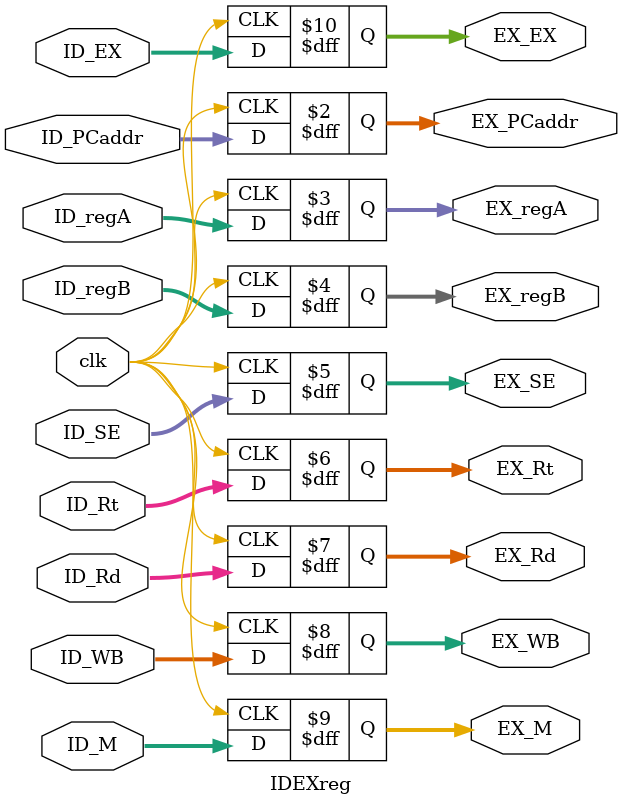
<source format=v>
module IDEXreg(clk,ID_PCaddr,ID_regA,ID_regB,ID_SE,ID_Rd,ID_Rt,ID_WB,ID_M,ID_EX,
						EX_PCaddr,EX_regA,EX_regB,EX_SE,EX_Rd,EX_Rt,EX_WB,EX_M,EX_EX);
		
		input clk;
		input [31:0]ID_PCaddr,ID_regA,ID_regB,ID_SE;
		input [4:0]ID_Rt,ID_Rd;
		input [1:0]ID_WB;
		input [2:0]ID_M;
		input [3:0]ID_EX;
		output reg[31:0]EX_PCaddr,EX_regA,EX_regB,EX_SE;
		output reg[4:0]EX_Rt,EX_Rd;
		output reg[1:0]EX_WB;
		output reg[2:0]EX_M;
		output reg[3:0]EX_EX;
		
		always@(posedge clk)
		begin
			EX_PCaddr <= ID_PCaddr;
			EX_regA <= ID_regA;
			EX_regB <= ID_regB;
			EX_SE <= ID_SE;
			EX_Rt <= ID_Rt;
			EX_Rd <= ID_Rd;
			EX_WB	<= ID_WB;
 			EX_M	<= ID_M;
			EX_EX	<= ID_EX;
		end


endmodule

</source>
